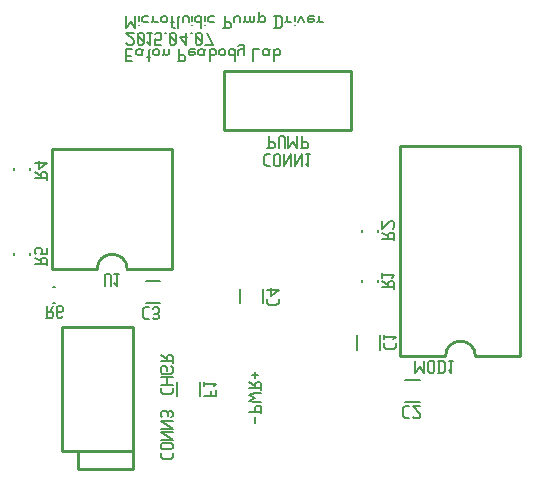
<source format=gbr>
G04 start of page 9 for group -4078 idx -4078 *
G04 Title: (unknown), bottomsilk *
G04 Creator: pcb 20140316 *
G04 CreationDate: Wed 08 Apr 2015 09:08:40 AM GMT UTC *
G04 For: fosse *
G04 Format: Gerber/RS-274X *
G04 PCB-Dimensions (mil): 2290.00 2790.00 *
G04 PCB-Coordinate-Origin: lower left *
%MOIN*%
%FSLAX25Y25*%
%LNBOTTOMSILK*%
%ADD93C,0.0080*%
%ADD92C,0.0100*%
%ADD91C,0.0060*%
G54D91*X110000Y214500D02*Y218500D01*
X109500Y214500D02*X111500D01*
X112000Y215000D01*
Y216000D01*
X111500Y216500D02*X112000Y216000D01*
X110000Y216500D02*X111500D01*
X113200Y214500D02*Y218000D01*
X113700Y218500D01*
X114700D01*
X115200Y218000D01*
Y214500D02*Y218000D01*
X116400Y214500D02*Y218500D01*
Y214500D02*X117900Y216500D01*
X119400Y214500D01*
Y218500D01*
X121100Y214500D02*Y218500D01*
X120600Y214500D02*X122600D01*
X123100Y215000D01*
Y216000D01*
X122600Y216500D02*X123100Y216000D01*
X121100Y216500D02*X122600D01*
X62500Y245300D02*X64000D01*
X62500Y247500D02*X64500D01*
X62500Y243500D02*Y247500D01*
Y243500D02*X64500D01*
X67200Y245500D02*X67700Y246000D01*
X66200Y245500D02*X67200D01*
X65700Y246000D02*X66200Y245500D01*
X65700Y246000D02*Y247000D01*
X66200Y247500D01*
X67700Y245500D02*Y247000D01*
X68200Y247500D01*
X66200D02*X67200D01*
X67700Y247000D01*
X69900Y243500D02*Y247000D01*
X70400Y247500D01*
X69400Y245000D02*X70400D01*
X71400Y246000D02*Y247000D01*
Y246000D02*X71900Y245500D01*
X72900D01*
X73400Y246000D01*
Y247000D01*
X72900Y247500D02*X73400Y247000D01*
X71900Y247500D02*X72900D01*
X71400Y247000D02*X71900Y247500D01*
X75100Y246000D02*Y247500D01*
Y246000D02*X75600Y245500D01*
X76100D01*
X76600Y246000D01*
Y247500D01*
X74600Y245500D02*X75100Y246000D01*
X80100Y243500D02*Y247500D01*
X79600Y243500D02*X81600D01*
X82100Y244000D01*
Y245000D01*
X81600Y245500D02*X82100Y245000D01*
X80100Y245500D02*X81600D01*
X83800Y247500D02*X85300D01*
X83300Y247000D02*X83800Y247500D01*
X83300Y246000D02*Y247000D01*
Y246000D02*X83800Y245500D01*
X84800D01*
X85300Y246000D01*
X83300Y246500D02*X85300D01*
Y246000D02*Y246500D01*
X88000Y245500D02*X88500Y246000D01*
X87000Y245500D02*X88000D01*
X86500Y246000D02*X87000Y245500D01*
X86500Y246000D02*Y247000D01*
X87000Y247500D01*
X88500Y245500D02*Y247000D01*
X89000Y247500D01*
X87000D02*X88000D01*
X88500Y247000D01*
X90200Y243500D02*Y247500D01*
Y247000D02*X90700Y247500D01*
X91700D01*
X92200Y247000D01*
Y246000D02*Y247000D01*
X91700Y245500D02*X92200Y246000D01*
X90700Y245500D02*X91700D01*
X90200Y246000D02*X90700Y245500D01*
X93400Y246000D02*Y247000D01*
Y246000D02*X93900Y245500D01*
X94900D01*
X95400Y246000D01*
Y247000D01*
X94900Y247500D02*X95400Y247000D01*
X93900Y247500D02*X94900D01*
X93400Y247000D02*X93900Y247500D01*
X98600Y243500D02*Y247500D01*
X98100D02*X98600Y247000D01*
X97100Y247500D02*X98100D01*
X96600Y247000D02*X97100Y247500D01*
X96600Y246000D02*Y247000D01*
Y246000D02*X97100Y245500D01*
X98100D01*
X98600Y246000D01*
X99800Y245500D02*Y247000D01*
X100300Y247500D01*
X101800Y245500D02*Y248500D01*
X101300Y249000D02*X101800Y248500D01*
X100300Y249000D02*X101300D01*
X99800Y248500D02*X100300Y249000D01*
Y247500D02*X101300D01*
X101800Y247000D01*
X104800Y243500D02*Y247500D01*
X106800D01*
X109500Y245500D02*X110000Y246000D01*
X108500Y245500D02*X109500D01*
X108000Y246000D02*X108500Y245500D01*
X108000Y246000D02*Y247000D01*
X108500Y247500D01*
X110000Y245500D02*Y247000D01*
X110500Y247500D01*
X108500D02*X109500D01*
X110000Y247000D01*
X111700Y243500D02*Y247500D01*
Y247000D02*X112200Y247500D01*
X113200D01*
X113700Y247000D01*
Y246000D02*Y247000D01*
X113200Y245500D02*X113700Y246000D01*
X112200Y245500D02*X113200D01*
X111700Y246000D02*X112200Y245500D01*
X62500Y249500D02*X63000Y249000D01*
X64500D01*
X65000Y249500D01*
Y250500D01*
X62500Y253000D02*X65000Y250500D01*
X62500Y253000D02*X65000D01*
X66200Y252500D02*X66700Y253000D01*
X66200Y249500D02*Y252500D01*
Y249500D02*X66700Y249000D01*
X67700D01*
X68200Y249500D01*
Y252500D01*
X67700Y253000D02*X68200Y252500D01*
X66700Y253000D02*X67700D01*
X66200Y252000D02*X68200Y250000D01*
X69400Y249800D02*X70200Y249000D01*
Y253000D01*
X69400D02*X70900D01*
X72100Y249000D02*X74100D01*
X72100D02*Y251000D01*
X72600Y250500D01*
X73600D01*
X74100Y251000D01*
Y252500D01*
X73600Y253000D02*X74100Y252500D01*
X72600Y253000D02*X73600D01*
X72100Y252500D02*X72600Y253000D01*
X75300D02*X75800D01*
X77000Y252500D02*X77500Y253000D01*
X77000Y249500D02*Y252500D01*
Y249500D02*X77500Y249000D01*
X78500D01*
X79000Y249500D01*
Y252500D01*
X78500Y253000D02*X79000Y252500D01*
X77500Y253000D02*X78500D01*
X77000Y252000D02*X79000Y250000D01*
X80200Y251500D02*X82200Y249000D01*
X80200Y251500D02*X82700D01*
X82200Y249000D02*Y253000D01*
X83900D02*X84400D01*
X85600Y252500D02*X86100Y253000D01*
X85600Y249500D02*Y252500D01*
Y249500D02*X86100Y249000D01*
X87100D01*
X87600Y249500D01*
Y252500D01*
X87100Y253000D02*X87600Y252500D01*
X86100Y253000D02*X87100D01*
X85600Y252000D02*X87600Y250000D01*
X89300Y253000D02*X91300Y249000D01*
X88800D02*X91300D01*
X62500Y254500D02*Y258500D01*
Y254500D02*X64000Y256500D01*
X65500Y254500D01*
Y258500D01*
X66700Y255500D02*Y255600D01*
Y257000D02*Y258500D01*
X68200Y256500D02*X69700D01*
X67700Y257000D02*X68200Y256500D01*
X67700Y257000D02*Y258000D01*
X68200Y258500D01*
X69700D01*
X71400Y257000D02*Y258500D01*
Y257000D02*X71900Y256500D01*
X72900D01*
X70900D02*X71400Y257000D01*
X74100D02*Y258000D01*
Y257000D02*X74600Y256500D01*
X75600D01*
X76100Y257000D01*
Y258000D01*
X75600Y258500D02*X76100Y258000D01*
X74600Y258500D02*X75600D01*
X74100Y258000D02*X74600Y258500D01*
X77800Y255000D02*Y258500D01*
Y255000D02*X78300Y254500D01*
X78800D01*
X77300Y256500D02*X78300D01*
X79800Y254500D02*Y258000D01*
X80300Y258500D01*
X81300Y256500D02*Y258000D01*
X81800Y258500D01*
X82800D01*
X83300Y258000D01*
Y256500D02*Y258000D01*
X84500Y255500D02*Y255600D01*
Y257000D02*Y258500D01*
X87500Y254500D02*Y258500D01*
X87000D02*X87500Y258000D01*
X86000Y258500D02*X87000D01*
X85500Y258000D02*X86000Y258500D01*
X85500Y257000D02*Y258000D01*
Y257000D02*X86000Y256500D01*
X87000D01*
X87500Y257000D01*
X88700Y255500D02*Y255600D01*
Y257000D02*Y258500D01*
X90200Y256500D02*X91700D01*
X89700Y257000D02*X90200Y256500D01*
X89700Y257000D02*Y258000D01*
X90200Y258500D01*
X91700D01*
X95200Y254500D02*Y258500D01*
X94700Y254500D02*X96700D01*
X97200Y255000D01*
Y256000D01*
X96700Y256500D02*X97200Y256000D01*
X95200Y256500D02*X96700D01*
X98400D02*Y258000D01*
X98900Y258500D01*
X99900D01*
X100400Y258000D01*
Y256500D02*Y258000D01*
X102100Y257000D02*Y258500D01*
Y257000D02*X102600Y256500D01*
X103100D01*
X103600Y257000D01*
Y258500D01*
Y257000D02*X104100Y256500D01*
X104600D01*
X105100Y257000D01*
Y258500D01*
X101600Y256500D02*X102100Y257000D01*
X106800D02*Y260000D01*
X106300Y256500D02*X106800Y257000D01*
X107300Y256500D01*
X108300D01*
X108800Y257000D01*
Y258000D01*
X108300Y258500D02*X108800Y258000D01*
X107300Y258500D02*X108300D01*
X106800Y258000D02*X107300Y258500D01*
X112300Y254500D02*Y258500D01*
X113600Y254500D02*X114300Y255200D01*
Y257800D01*
X113600Y258500D02*X114300Y257800D01*
X111800Y258500D02*X113600D01*
X111800Y254500D02*X113600D01*
X116000Y257000D02*Y258500D01*
Y257000D02*X116500Y256500D01*
X117500D01*
X115500D02*X116000Y257000D01*
X118700Y255500D02*Y255600D01*
Y257000D02*Y258500D01*
X119700Y256500D02*X120700Y258500D01*
X121700Y256500D02*X120700Y258500D01*
X123400D02*X124900D01*
X122900Y258000D02*X123400Y258500D01*
X122900Y257000D02*Y258000D01*
Y257000D02*X123400Y256500D01*
X124400D01*
X124900Y257000D01*
X122900Y257500D02*X124900D01*
Y257000D02*Y257500D01*
X126600Y257000D02*Y258500D01*
Y257000D02*X127100Y256500D01*
X128100D01*
X126100D02*X126600Y257000D01*
X74000Y133200D02*Y134500D01*
X74700Y132500D02*X74000Y133200D01*
X74700Y132500D02*X77300D01*
X78000Y133200D01*
Y134500D01*
X74000Y135700D02*X78000D01*
X74000Y138200D02*X78000D01*
X76000Y135700D02*Y138200D01*
X78000Y141400D02*X77500Y141900D01*
X78000Y139900D02*Y141400D01*
X77500Y139400D02*X78000Y139900D01*
X74500Y139400D02*X77500D01*
X74500D02*X74000Y139900D01*
Y141400D01*
X74500Y141900D01*
X75500D01*
X76000Y141400D02*X75500Y141900D01*
X76000Y140400D02*Y141400D01*
X78000Y143100D02*Y145100D01*
X77500Y145600D01*
X76500D02*X77500D01*
X76000Y145100D02*X76500Y145600D01*
X76000Y143600D02*Y145100D01*
X74000Y143600D02*X78000D01*
X76000Y144400D02*X74000Y145600D01*
X105500Y123000D02*Y125000D01*
X103500Y126700D02*X107500D01*
Y126200D02*Y128200D01*
X107000Y128700D01*
X106000D02*X107000D01*
X105500Y128200D02*X106000Y128700D01*
X105500Y126700D02*Y128200D01*
Y129900D02*X107500D01*
X105500D02*X103500Y130400D01*
X105500Y131400D01*
X103500Y132400D01*
X105500Y132900D01*
X107500D01*
Y134100D02*Y136100D01*
X107000Y136600D01*
X106000D02*X107000D01*
X105500Y136100D02*X106000Y136600D01*
X105500Y134600D02*Y136100D01*
X103500Y134600D02*X107500D01*
X105500Y135400D02*X103500Y136600D01*
X105500Y137800D02*Y139800D01*
X104500Y138800D02*X106500D01*
G54D92*X95112Y240420D02*Y220735D01*
X137435D01*
X95112Y240420D02*X137435D01*
Y220735D02*Y240420D01*
G54D93*X107990Y167562D02*Y162838D01*
X100510Y167562D02*Y162838D01*
X146885Y152162D02*Y147438D01*
X139405Y152162D02*Y147438D01*
X146400Y170693D02*Y169907D01*
X140890Y170693D02*Y169907D01*
X155483Y129960D02*X160207D01*
X155483Y137440D02*X160207D01*
X146400Y186657D02*Y187443D01*
X140890Y186657D02*Y187443D01*
G54D92*X153845Y215200D02*Y145200D01*
Y215200D02*X193845D01*
Y145200D01*
X153845D02*X168845D01*
X178845D02*X193845D01*
X178845D02*G75*G03X168845Y145200I-5000J0D01*G01*
G54D93*X86990Y136562D02*Y131838D01*
X79510Y136562D02*Y131838D01*
G54D92*X37750Y174200D02*Y214200D01*
X77750D01*
Y174200D01*
X37750D02*X52750D01*
X62750D02*X77750D01*
X62750D02*G75*G03X52750Y174200I-5000J0D01*G01*
G54D93*X68888Y162960D02*X73612D01*
X68888Y170440D02*X73612D01*
X37857Y162945D02*X38643D01*
X37857Y168455D02*X38643D01*
X30505Y179593D02*Y178807D01*
X24995Y179593D02*Y178807D01*
X30505Y208093D02*Y207307D01*
X24995Y208093D02*Y207307D01*
G54D92*X64561Y154869D02*Y107625D01*
X40939Y154869D02*X64561D01*
X40939D02*Y113531D01*
X46451D02*Y107625D01*
X64561D01*
X40939Y113531D02*X64561D01*
G54D91*X109200Y212500D02*X110500D01*
X108500Y211800D02*X109200Y212500D01*
X108500Y209200D02*Y211800D01*
Y209200D02*X109200Y208500D01*
X110500D01*
X111700Y209000D02*Y212000D01*
Y209000D02*X112200Y208500D01*
X113200D01*
X113700Y209000D01*
Y212000D01*
X113200Y212500D02*X113700Y212000D01*
X112200Y212500D02*X113200D01*
X111700Y212000D02*X112200Y212500D01*
X114900Y208500D02*Y212500D01*
Y208500D02*X117400Y212500D01*
Y208500D02*Y212500D01*
X118600Y208500D02*Y212500D01*
Y208500D02*X121100Y212500D01*
Y208500D02*Y212500D01*
X122300Y209300D02*X123100Y208500D01*
Y212500D01*
X122300D02*X123800D01*
X109200Y162950D02*Y164250D01*
X109900Y162250D02*X109200Y162950D01*
X109900Y162250D02*X112500D01*
X113200Y162950D01*
Y164250D01*
X110700Y165450D02*X113200Y167450D01*
X110700Y165450D02*Y167950D01*
X109200Y167450D02*X113200D01*
X155395Y128550D02*X156695D01*
X154695Y127850D02*X155395Y128550D01*
X154695Y125250D02*Y127850D01*
Y125250D02*X155395Y124550D01*
X156695D01*
X157895Y125050D02*X158395Y124550D01*
X159895D01*
X160395Y125050D01*
Y126050D01*
X157895Y128550D02*X160395Y126050D01*
X157895Y128550D02*X160395D01*
X151745Y183950D02*Y185950D01*
X151245Y186450D01*
X150245D02*X151245D01*
X149745Y185950D02*X150245Y186450D01*
X149745Y184450D02*Y185950D01*
X147745Y184450D02*X151745D01*
X149745Y185250D02*X147745Y186450D01*
X151245Y187650D02*X151745Y188150D01*
Y189650D01*
X151245Y190150D01*
X150245D02*X151245D01*
X147745Y187650D02*X150245Y190150D01*
X147745Y187650D02*Y190150D01*
X158845Y139700D02*Y143700D01*
Y139700D02*X160345Y141700D01*
X161845Y139700D01*
Y143700D01*
X163045Y140200D02*Y143200D01*
Y140200D02*X163545Y139700D01*
X164545D01*
X165045Y140200D01*
Y143200D01*
X164545Y143700D02*X165045Y143200D01*
X163545Y143700D02*X164545D01*
X163045Y143200D02*X163545Y143700D01*
X166745Y139700D02*Y143700D01*
X168045Y139700D02*X168745Y140400D01*
Y143000D01*
X168045Y143700D02*X168745Y143000D01*
X166245Y143700D02*X168045D01*
X166245Y139700D02*X168045D01*
X169945Y140500D02*X170745Y139700D01*
Y143700D01*
X169945D02*X171445D01*
X148295Y148350D02*Y149650D01*
X148995Y147650D02*X148295Y148350D01*
X148995Y147650D02*X151595D01*
X152295Y148350D01*
Y149650D01*
X151495Y150850D02*X152295Y151650D01*
X148295D02*X152295D01*
X148295Y150850D02*Y152350D01*
X151795Y167693D02*Y169693D01*
X151295Y170193D01*
X150295D02*X151295D01*
X149795Y169693D02*X150295Y170193D01*
X149795Y168193D02*Y169693D01*
X147795Y168193D02*X151795D01*
X149795Y168993D02*X147795Y170193D01*
X150995Y171393D02*X151795Y172193D01*
X147795D02*X151795D01*
X147795Y171393D02*Y172893D01*
X55250Y168700D02*Y172200D01*
X55750Y172700D01*
X56750D01*
X57250Y172200D01*
Y168700D02*Y172200D01*
X58450Y169500D02*X59250Y168700D01*
Y172700D01*
X58450D02*X59950D01*
X68800Y161550D02*X70100D01*
X68100Y160850D02*X68800Y161550D01*
X68100Y158250D02*Y160850D01*
Y158250D02*X68800Y157550D01*
X70100D01*
X71300Y158050D02*X71800Y157550D01*
X72800D01*
X73300Y158050D01*
X72800Y161550D02*X73300Y161050D01*
X71800Y161550D02*X72800D01*
X71300Y161050D02*X71800Y161550D01*
Y159350D02*X72800D01*
X73300Y158050D02*Y158850D01*
Y159850D02*Y161050D01*
Y159850D02*X72800Y159350D01*
X73300Y158850D02*X72800Y159350D01*
X35900Y175593D02*Y177593D01*
X35400Y178093D01*
X34400D02*X35400D01*
X33900Y177593D02*X34400Y178093D01*
X33900Y176093D02*Y177593D01*
X31900Y176093D02*X35900D01*
X33900Y176893D02*X31900Y178093D01*
X35900Y179293D02*Y181293D01*
X33900Y179293D02*X35900D01*
X33900D02*X34400Y179793D01*
Y180793D01*
X33900Y181293D01*
X32400D02*X33900D01*
X31900Y180793D02*X32400Y181293D01*
X31900Y179793D02*Y180793D01*
X32400Y179293D02*X31900Y179793D01*
X35900Y204007D02*Y206007D01*
X35400Y206507D01*
X34400D02*X35400D01*
X33900Y206007D02*X34400Y206507D01*
X33900Y204507D02*Y206007D01*
X31900Y204507D02*X35900D01*
X33900Y205307D02*X31900Y206507D01*
X33400Y207707D02*X35900Y209707D01*
X33400Y207707D02*Y210207D01*
X31900Y209707D02*X35900D01*
X35600Y158050D02*X37600D01*
X38100Y158550D01*
Y159550D01*
X37600Y160050D02*X38100Y159550D01*
X36100Y160050D02*X37600D01*
X36100Y158050D02*Y162050D01*
X36900Y160050D02*X38100Y162050D01*
X40800Y158050D02*X41300Y158550D01*
X39800Y158050D02*X40800D01*
X39300Y158550D02*X39800Y158050D01*
X39300Y158550D02*Y161550D01*
X39800Y162050D01*
X40800Y159850D02*X41300Y160350D01*
X39300Y159850D02*X40800D01*
X39800Y162050D02*X40800D01*
X41300Y161550D01*
Y160350D02*Y161550D01*
X88400Y132050D02*X92400D01*
Y134050D01*
X90600Y132050D02*Y133550D01*
X91600Y135250D02*X92400Y136050D01*
X88400D02*X92400D01*
X88400Y135250D02*Y136750D01*
X74000Y111700D02*Y113000D01*
X74700Y111000D02*X74000Y111700D01*
X74700Y111000D02*X77300D01*
X78000Y111700D01*
Y113000D01*
X74500Y114200D02*X77500D01*
X78000Y114700D01*
Y115700D01*
X77500Y116200D01*
X74500D02*X77500D01*
X74000Y115700D02*X74500Y116200D01*
X74000Y114700D02*Y115700D01*
X74500Y114200D02*X74000Y114700D01*
Y117400D02*X78000D01*
X74000Y119900D01*
X78000D01*
X74000Y121100D02*X78000D01*
X74000Y123600D01*
X78000D01*
X77500Y124800D02*X78000Y125300D01*
Y126300D01*
X77500Y126800D01*
X74000Y126300D02*X74500Y126800D01*
X74000Y125300D02*Y126300D01*
X74500Y124800D02*X74000Y125300D01*
X76200D02*Y126300D01*
X76700Y126800D02*X77500D01*
X74500D02*X75700D01*
X76200Y126300D01*
X76700Y126800D02*X76200Y126300D01*
M02*

</source>
